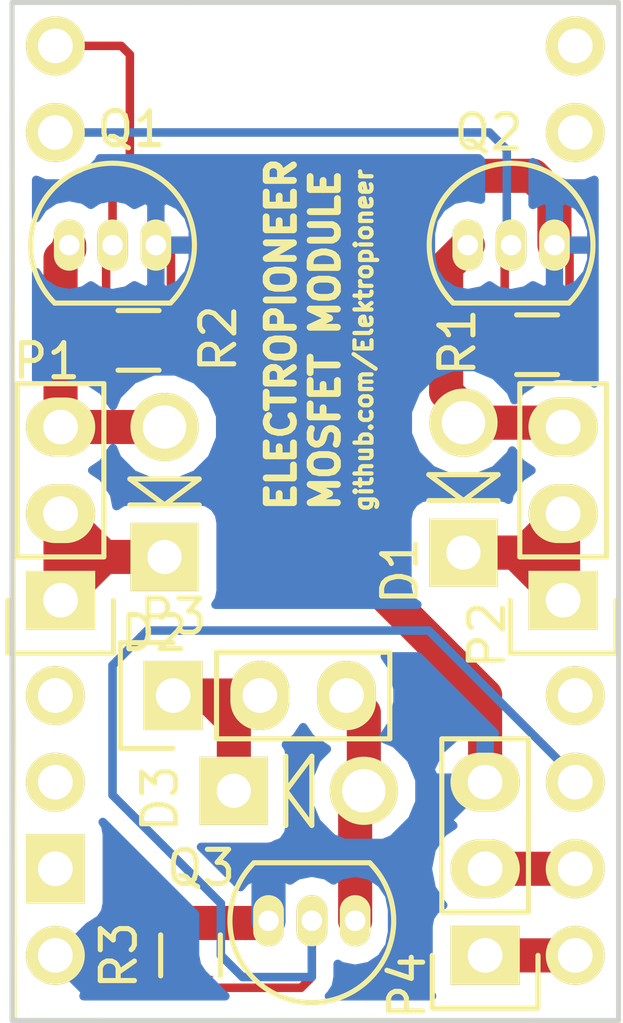
<source format=kicad_pcb>
(kicad_pcb (version 4) (host pcbnew 4.0.2+dfsg1-stable)

  (general
    (links 27)
    (no_connects 0)
    (area 129.566599 46.914999 147.496601 76.910001)
    (thickness 1.6)
    (drawings 41)
    (tracks 93)
    (zones 0)
    (modules 14)
    (nets 13)
  )

  (page A4)
  (layers
    (0 F.Cu signal)
    (31 B.Cu signal)
    (32 B.Adhes user)
    (33 F.Adhes user)
    (34 B.Paste user)
    (35 F.Paste user)
    (36 B.SilkS user)
    (37 F.SilkS user)
    (38 B.Mask user hide)
    (39 F.Mask user)
    (40 Dwgs.User user hide)
    (41 Cmts.User user hide)
    (42 Eco1.User user hide)
    (43 Eco2.User user hide)
    (44 Edge.Cuts user)
    (45 Margin user)
    (46 B.CrtYd user hide)
    (47 F.CrtYd user hide)
    (48 B.Fab user hide)
    (49 F.Fab user hide)
  )

  (setup
    (last_trace_width 1)
    (user_trace_width 1)
    (trace_clearance 0.2)
    (zone_clearance 0.508)
    (zone_45_only no)
    (trace_min 0.2)
    (segment_width 0.2)
    (edge_width 0.15)
    (via_size 0.6)
    (via_drill 0.4)
    (via_min_size 0.4)
    (via_min_drill 0.3)
    (uvia_size 0.3)
    (uvia_drill 0.1)
    (uvias_allowed no)
    (uvia_min_size 0.2)
    (uvia_min_drill 0.1)
    (pcb_text_width 0.3)
    (pcb_text_size 1.5 1.5)
    (mod_edge_width 0.15)
    (mod_text_size 1 1)
    (mod_text_width 0.15)
    (pad_size 1.524 1.524)
    (pad_drill 0.762)
    (pad_to_mask_clearance 0.2)
    (aux_axis_origin 0 0)
    (visible_elements FFFFFF7F)
    (pcbplotparams
      (layerselection 0x00030_80000001)
      (usegerberextensions false)
      (excludeedgelayer true)
      (linewidth 0.100000)
      (plotframeref false)
      (viasonmask false)
      (mode 1)
      (useauxorigin false)
      (hpglpennumber 1)
      (hpglpenspeed 20)
      (hpglpendiameter 15)
      (hpglpenoverlay 2)
      (psnegative false)
      (psa4output false)
      (plotreference true)
      (plotvalue true)
      (plotinvisibletext false)
      (padsonsilk false)
      (subtractmaskfromsilk false)
      (outputformat 1)
      (mirror false)
      (drillshape 1)
      (scaleselection 1)
      (outputdirectory ""))
  )

  (net 0 "")
  (net 1 "Net-(D1-Pad2)")
  (net 2 "Net-(D1-Pad1)")
  (net 3 PG0)
  (net 4 GND)
  (net 5 PG1)
  (net 6 PG2)
  (net 7 "Net-(D2-Pad2)")
  (net 8 "Net-(D2-Pad1)")
  (net 9 "Net-(D3-Pad2)")
  (net 10 "Net-(D3-Pad1)")
  (net 11 PA7)
  (net 12 PA6)

  (net_class Default "This is the default net class."
    (clearance 0.2)
    (trace_width 0.25)
    (via_dia 0.6)
    (via_drill 0.4)
    (uvia_dia 0.3)
    (uvia_drill 0.1)
    (add_net GND)
    (add_net "Net-(D1-Pad1)")
    (add_net "Net-(D1-Pad2)")
    (add_net "Net-(D2-Pad1)")
    (add_net "Net-(D2-Pad2)")
    (add_net "Net-(D3-Pad1)")
    (add_net "Net-(D3-Pad2)")
    (add_net PA6)
    (add_net PA7)
    (add_net PG0)
    (add_net PG1)
    (add_net PG2)
  )

  (net_class 1 ""
    (clearance 0.2)
    (trace_width 1)
    (via_dia 0.6)
    (via_drill 0.4)
    (uvia_dia 0.3)
    (uvia_drill 0.1)
  )

  (module TO_SOT_Packages_THT:TO-92_Inline_Narrow_Oval (layer F.Cu) (tedit 59EC828D) (tstamp 59F0D07C)
    (at 139.7 73.914 180)
    (descr "TO-92 leads in-line, narrow, oval pads, drill 0.6mm (see NXP sot054_po.pdf)")
    (tags "to-92 sc-43 sc-43a sot54 PA33 transistor")
    (path /59ECAF29)
    (fp_text reference Q3 (at 4.5212 1.5494 180) (layer F.SilkS)
      (effects (font (size 1 1) (thickness 0.15)))
    )
    (fp_text value BS170 (at 0 3 180) (layer F.Fab) hide
      (effects (font (size 1 1) (thickness 0.15)))
    )
    (fp_line (start -1.4 1.95) (end -1.4 -2.65) (layer F.CrtYd) (width 0.05))
    (fp_line (start -1.4 1.95) (end 3.95 1.95) (layer F.CrtYd) (width 0.05))
    (fp_line (start -0.43 1.7) (end 2.97 1.7) (layer F.SilkS) (width 0.15))
    (fp_arc (start 1.27 0) (end 1.27 -2.4) (angle -135) (layer F.SilkS) (width 0.15))
    (fp_arc (start 1.27 0) (end 1.27 -2.4) (angle 135) (layer F.SilkS) (width 0.15))
    (fp_line (start -1.4 -2.65) (end 3.95 -2.65) (layer F.CrtYd) (width 0.05))
    (fp_line (start 3.95 1.95) (end 3.95 -2.65) (layer F.CrtYd) (width 0.05))
    (pad 2 thru_hole oval (at 1.27 0) (size 0.89916 1.50114) (drill 0.6) (layers *.Cu *.Mask F.SilkS)
      (net 6 PG2))
    (pad 3 thru_hole oval (at 2.54 0) (size 0.89916 1.50114) (drill 0.6) (layers *.Cu *.Mask F.SilkS)
      (net 4 GND))
    (pad 1 thru_hole oval (at 0 0) (size 0.89916 1.50114) (drill 0.6) (layers *.Cu *.Mask F.SilkS)
      (net 9 "Net-(D3-Pad2)"))
    (model TO_SOT_Packages_THT.3dshapes/TO-92_Inline_Narrow_Oval.wrl
      (at (xyz 0.05 0 0))
      (scale (xyz 1 1 1))
      (rotate (xyz 0 0 -90))
    )
  )

  (module TO_SOT_Packages_THT:TO-92_Inline_Narrow_Oval (layer F.Cu) (tedit 59EC820B) (tstamp 59F0D06E)
    (at 143.002 54.102)
    (descr "TO-92 leads in-line, narrow, oval pads, drill 0.6mm (see NXP sot054_po.pdf)")
    (tags "to-92 sc-43 sc-43a sot54 PA33 transistor")
    (path /59ECADBF)
    (fp_text reference Q2 (at 0.6096 -3.302) (layer F.SilkS)
      (effects (font (size 1 1) (thickness 0.15)))
    )
    (fp_text value BS170 (at 0 3) (layer F.Fab) hide
      (effects (font (size 1 1) (thickness 0.15)))
    )
    (fp_line (start -1.4 1.95) (end -1.4 -2.65) (layer F.CrtYd) (width 0.05))
    (fp_line (start -1.4 1.95) (end 3.95 1.95) (layer F.CrtYd) (width 0.05))
    (fp_line (start -0.43 1.7) (end 2.97 1.7) (layer F.SilkS) (width 0.15))
    (fp_arc (start 1.27 0) (end 1.27 -2.4) (angle -135) (layer F.SilkS) (width 0.15))
    (fp_arc (start 1.27 0) (end 1.27 -2.4) (angle 135) (layer F.SilkS) (width 0.15))
    (fp_line (start -1.4 -2.65) (end 3.95 -2.65) (layer F.CrtYd) (width 0.05))
    (fp_line (start 3.95 1.95) (end 3.95 -2.65) (layer F.CrtYd) (width 0.05))
    (pad 2 thru_hole oval (at 1.27 0 180) (size 0.89916 1.50114) (drill 0.6) (layers *.Cu *.Mask F.SilkS)
      (net 5 PG1))
    (pad 3 thru_hole oval (at 2.54 0 180) (size 0.89916 1.50114) (drill 0.6) (layers *.Cu *.Mask F.SilkS)
      (net 4 GND))
    (pad 1 thru_hole oval (at 0 0 180) (size 0.89916 1.50114) (drill 0.6) (layers *.Cu *.Mask F.SilkS)
      (net 1 "Net-(D1-Pad2)"))
    (model TO_SOT_Packages_THT.3dshapes/TO-92_Inline_Narrow_Oval.wrl
      (at (xyz 0.05 0 0))
      (scale (xyz 1 1 1))
      (rotate (xyz 0 0 -90))
    )
  )

  (module EP_Module:EP_Module (layer F.Cu) (tedit 59EC7B27) (tstamp 59ED11AD)
    (at 133.4516 48.26)
    (descr "Through hole socket strip")
    (tags "socket strip")
    (path /59EC576B)
    (fp_text reference U1 (at 5.08 27.94) (layer F.SilkS) hide
      (effects (font (size 1 0.5) (thickness 0.125)))
    )
    (fp_text value EP_MODULE (at -2.54 11.43 90) (layer F.Fab) hide
      (effects (font (size 1 1) (thickness 0.15)))
    )
    (fp_text user PA7 (at 10.16 26.67) (layer F.SilkS) hide
      (effects (font (size 1 1) (thickness 0.15)))
    )
    (fp_text user PA6 (at 10.16 24.13) (layer F.SilkS) hide
      (effects (font (size 1 1) (thickness 0.15)))
    )
    (fp_text user MODULE (at 5.715 15.24 90) (layer F.SilkS) hide
      (effects (font (size 1 1) (thickness 0.25)))
    )
    (fp_text user "ELECTROPIONEER " (at 4.445 11.43 90) (layer F.SilkS) hide
      (effects (font (size 1 1) (thickness 0.25)))
    )
    (fp_line (start -3.81 0) (end -3.7465 28.575) (layer F.SilkS) (width 0.15))
    (fp_line (start -3.7465 28.575) (end -1.2065 28.575) (layer F.SilkS) (width 0.15))
    (fp_line (start -3.81 0) (end -3.81 -1.27) (layer F.SilkS) (width 0.15))
    (fp_line (start -3.81 -1.27) (end -1.143 -1.27) (layer F.SilkS) (width 0.15))
    (fp_line (start 13.97 28.575) (end 13.97 28.448) (layer F.SilkS) (width 0.15))
    (fp_line (start 11.43 28.575) (end 13.97 28.575) (layer F.SilkS) (width 0.15))
    (fp_line (start 13.97 28.575) (end 13.97 28.5115) (layer F.SilkS) (width 0.15))
    (fp_line (start 11.43 -1.27) (end 13.97 -1.27) (layer F.SilkS) (width 0.15))
    (fp_line (start 13.97 -1.27) (end 13.97 28.448) (layer F.SilkS) (width 0.15))
    (fp_text user PG4 (at 10.16 19.05) (layer F.SilkS) hide
      (effects (font (size 1 1) (thickness 0.15)))
    )
    (fp_text user RX (at 10.16 0) (layer F.SilkS) hide
      (effects (font (size 1 1) (thickness 0.15)))
    )
    (fp_text user TX (at 10.16 2.54) (layer F.SilkS) hide
      (effects (font (size 1 1) (thickness 0.15)))
    )
    (fp_text user SDA (at 0 21.59) (layer F.SilkS) hide
      (effects (font (size 1 1) (thickness 0.15)))
    )
    (fp_text user SCL (at 0 19.05) (layer F.SilkS) hide
      (effects (font (size 1 1) (thickness 0.15)))
    )
    (fp_text user PG2 (at 10.16 21.59) (layer F.SilkS) hide
      (effects (font (size 1 1) (thickness 0.15)))
    )
    (fp_text user PG1 (at 0 2.54) (layer F.SilkS) hide
      (effects (font (size 1 1) (thickness 0.15)))
    )
    (fp_text user PG0 (at 0 0) (layer F.SilkS) hide
      (effects (font (size 1 1) (thickness 0.15)))
    )
    (fp_text user GND (at 0 26.67) (layer F.SilkS) hide
      (effects (font (size 1 1) (thickness 0.15)))
    )
    (fp_text user 5V (at 0 24.13) (layer F.SilkS) hide
      (effects (font (size 1 1) (thickness 0.15)))
    )
    (fp_line (start -1.27 28.575) (end 11.43 28.575) (layer F.SilkS) (width 0.15))
    (fp_line (start 1.27 -1.27) (end -1.2065 -1.27) (layer F.SilkS) (width 0.15))
    (fp_line (start 11.43 -1.27) (end 1.27 -1.27) (layer F.SilkS) (width 0.15))
    (pad 12 thru_hole circle (at 12.7 26.67) (size 1.7272 1.7272) (drill 1.016) (layers *.Cu *.Mask F.SilkS)
      (net 11 PA7))
    (pad 11 thru_hole circle (at 12.7 24.13) (size 1.7272 1.7272) (drill 1.016) (layers *.Cu *.Mask F.SilkS)
      (net 12 PA6))
    (pad 10 thru_hole circle (at 12.7 19.05) (size 1.7272 1.7272) (drill 1.016) (layers *.Cu *.Mask F.SilkS))
    (pad 9 thru_hole circle (at 12.7 0) (size 1.7272 1.7272) (drill 1.016) (layers *.Cu *.Mask F.SilkS))
    (pad 8 thru_hole circle (at 12.7 2.54) (size 1.7272 1.7272) (drill 1.016) (layers *.Cu *.Mask F.SilkS))
    (pad 7 thru_hole circle (at -2.54 21.59) (size 1.7272 1.7272) (drill 1.016) (layers *.Cu *.Mask F.SilkS))
    (pad 6 thru_hole circle (at -2.54 19.05) (size 1.7272 1.7272) (drill 1.016) (layers *.Cu *.Mask F.SilkS))
    (pad 1 thru_hole rect (at -2.54 24.13) (size 1.7272 2.032) (drill 1.016) (layers *.Cu *.Mask F.SilkS))
    (pad 2 thru_hole circle (at -2.54 26.67) (size 1.7272 1.7272) (drill 1.016) (layers *.Cu *.Mask F.SilkS)
      (net 4 GND))
    (pad 3 thru_hole circle (at -2.54 0) (size 1.7272 1.7272) (drill 1.016) (layers *.Cu *.Mask F.SilkS)
      (net 3 PG0))
    (pad 4 thru_hole circle (at -2.54 2.54) (size 1.7272 1.7272) (drill 1.016) (layers *.Cu *.Mask F.SilkS)
      (net 5 PG1))
    (pad 5 thru_hole circle (at 12.7 21.59) (size 1.7272 1.7272) (drill 1.016) (layers *.Cu *.Mask F.SilkS)
      (net 6 PG2))
  )

  (module Resistors_SMD:R_0805 (layer F.Cu) (tedit 59EC8205) (tstamp 59EE7647)
    (at 133.35 56.896)
    (descr "Resistor SMD 0805, reflow soldering, Vishay (see dcrcw.pdf)")
    (tags "resistor 0805")
    (path /59EC9E88)
    (attr smd)
    (fp_text reference R2 (at 2.3368 -0.0508 90) (layer F.SilkS)
      (effects (font (size 1 1) (thickness 0.15)))
    )
    (fp_text value R (at 0 2.1) (layer F.Fab) hide
      (effects (font (size 1 1) (thickness 0.15)))
    )
    (fp_line (start -1.6 -1) (end 1.6 -1) (layer F.CrtYd) (width 0.05))
    (fp_line (start -1.6 1) (end 1.6 1) (layer F.CrtYd) (width 0.05))
    (fp_line (start -1.6 -1) (end -1.6 1) (layer F.CrtYd) (width 0.05))
    (fp_line (start 1.6 -1) (end 1.6 1) (layer F.CrtYd) (width 0.05))
    (fp_line (start 0.6 0.875) (end -0.6 0.875) (layer F.SilkS) (width 0.15))
    (fp_line (start -0.6 -0.875) (end 0.6 -0.875) (layer F.SilkS) (width 0.15))
    (pad 1 smd rect (at -0.95 0) (size 0.7 1.3) (layers F.Cu F.Paste F.Mask)
      (net 3 PG0))
    (pad 2 smd rect (at 0.95 0) (size 0.7 1.3) (layers F.Cu F.Paste F.Mask)
      (net 4 GND))
    (model Resistors_SMD.3dshapes/R_0805.wrl
      (at (xyz 0 0 0))
      (scale (xyz 1 1 1))
      (rotate (xyz 0 0 0))
    )
  )

  (module TO_SOT_Packages_THT:TO-92_Inline_Narrow_Oval (layer F.Cu) (tedit 59EC8208) (tstamp 59EFFFA4)
    (at 131.318 54.102)
    (descr "TO-92 leads in-line, narrow, oval pads, drill 0.6mm (see NXP sot054_po.pdf)")
    (tags "to-92 sc-43 sc-43a sot54 PA33 transistor")
    (path /59EC9EA8)
    (fp_text reference Q1 (at 1.8288 -3.4036) (layer F.SilkS)
      (effects (font (size 1 1) (thickness 0.15)))
    )
    (fp_text value BS170 (at -3.175 1.651) (layer F.Fab) hide
      (effects (font (size 1 1) (thickness 0.15)))
    )
    (fp_line (start -1.4 1.95) (end -1.4 -2.65) (layer F.CrtYd) (width 0.05))
    (fp_line (start -1.4 1.95) (end 3.95 1.95) (layer F.CrtYd) (width 0.05))
    (fp_line (start -0.43 1.7) (end 2.97 1.7) (layer F.SilkS) (width 0.15))
    (fp_arc (start 1.27 0) (end 1.27 -2.4) (angle -135) (layer F.SilkS) (width 0.15))
    (fp_arc (start 1.27 0) (end 1.27 -2.4) (angle 135) (layer F.SilkS) (width 0.15))
    (fp_line (start -1.4 -2.65) (end 3.95 -2.65) (layer F.CrtYd) (width 0.05))
    (fp_line (start 3.95 1.95) (end 3.95 -2.65) (layer F.CrtYd) (width 0.05))
    (pad 2 thru_hole oval (at 1.27 0 180) (size 0.89916 1.50114) (drill 0.6) (layers *.Cu *.Mask F.SilkS)
      (net 3 PG0))
    (pad 3 thru_hole oval (at 2.54 0 180) (size 0.89916 1.50114) (drill 0.6) (layers *.Cu *.Mask F.SilkS)
      (net 4 GND))
    (pad 1 thru_hole oval (at 0 0 180) (size 0.89916 1.50114) (drill 0.6) (layers *.Cu *.Mask F.SilkS)
      (net 7 "Net-(D2-Pad2)"))
    (model TO_SOT_Packages_THT.3dshapes/TO-92_Inline_Narrow_Oval.wrl
      (at (xyz 0.05 0 0))
      (scale (xyz 1 1 1))
      (rotate (xyz 0 0 -90))
    )
  )

  (module Diodes_ThroughHole:Diode_DO-41_SOD81_Vertical_AnodeUp (layer F.Cu) (tedit 59EC81EF) (tstamp 59F0CDD0)
    (at 134.112 63.246 90)
    (descr "Diode, DO-41, SOD81, Vertical, Anode Up,")
    (tags "Diode, DO-41, SOD81, Vertical, Anode Up, 1N4007, SB140,")
    (path /59EC9E8E)
    (fp_text reference D2 (at -2.2352 -0.3048 180) (layer F.SilkS)
      (effects (font (size 1 1) (thickness 0.15)))
    )
    (fp_text value D (at 0.05 -2 90) (layer F.Fab) hide
      (effects (font (size 1 1) (thickness 0.15)))
    )
    (fp_text user A (at 2.794 1.651 90) (layer F.SilkS) hide
      (effects (font (size 1 1) (thickness 0.15)))
    )
    (fp_line (start 1.524 0) (end 2.286 1.016) (layer F.SilkS) (width 0.15))
    (fp_line (start 1.524 0) (end 2.286 -1.016) (layer F.SilkS) (width 0.15))
    (fp_line (start 1.524 -1.016) (end 1.524 1.016) (layer F.SilkS) (width 0.15))
    (fp_line (start 2.286 -1.016) (end 2.286 1.016) (layer F.SilkS) (width 0.15))
    (pad 2 thru_hole circle (at 3.81 0 90) (size 1.99898 1.99898) (drill 1.27) (layers *.Cu *.Mask F.SilkS)
      (net 7 "Net-(D2-Pad2)"))
    (pad 1 thru_hole rect (at 0 0 90) (size 1.99898 1.99898) (drill 1.00076) (layers *.Cu *.Mask F.SilkS)
      (net 8 "Net-(D2-Pad1)"))
  )

  (module Diodes_ThroughHole:Diode_DO-41_SOD81_Vertical_AnodeUp (layer F.Cu) (tedit 59EC8221) (tstamp 59F0D055)
    (at 142.875 63.119 90)
    (descr "Diode, DO-41, SOD81, Vertical, Anode Up,")
    (tags "Diode, DO-41, SOD81, Vertical, Anode Up, 1N4007, SB140,")
    (path /59ECADA5)
    (fp_text reference D1 (at -0.5334 -1.8542 90) (layer F.SilkS)
      (effects (font (size 1 1) (thickness 0.15)))
    )
    (fp_text value D (at 0.05 -2 90) (layer F.Fab) hide
      (effects (font (size 1 1) (thickness 0.15)))
    )
    (fp_text user A (at 2.794 1.651 90) (layer F.SilkS) hide
      (effects (font (size 1 1) (thickness 0.15)))
    )
    (fp_line (start 1.524 0) (end 2.286 1.016) (layer F.SilkS) (width 0.15))
    (fp_line (start 1.524 0) (end 2.286 -1.016) (layer F.SilkS) (width 0.15))
    (fp_line (start 1.524 -1.016) (end 1.524 1.016) (layer F.SilkS) (width 0.15))
    (fp_line (start 2.286 -1.016) (end 2.286 1.016) (layer F.SilkS) (width 0.15))
    (pad 2 thru_hole circle (at 3.81 0 90) (size 1.99898 1.99898) (drill 1.27) (layers *.Cu *.Mask F.SilkS)
      (net 1 "Net-(D1-Pad2)"))
    (pad 1 thru_hole rect (at 0 0 90) (size 1.99898 1.99898) (drill 1.00076) (layers *.Cu *.Mask F.SilkS)
      (net 2 "Net-(D1-Pad1)"))
  )

  (module Diodes_ThroughHole:Diode_DO-41_SOD81_Vertical_AnodeUp (layer F.Cu) (tedit 59EC81D6) (tstamp 59F0D060)
    (at 136.144 70.104)
    (descr "Diode, DO-41, SOD81, Vertical, Anode Up,")
    (tags "Diode, DO-41, SOD81, Vertical, Anode Up, 1N4007, SB140,")
    (path /59ECAF0F)
    (fp_text reference D3 (at -2.159 0.2286 90) (layer F.SilkS)
      (effects (font (size 1 1) (thickness 0.15)))
    )
    (fp_text value D (at 0.05 -2) (layer F.Fab) hide
      (effects (font (size 1 1) (thickness 0.15)))
    )
    (fp_text user A (at 2.794 1.651) (layer F.SilkS) hide
      (effects (font (size 1 1) (thickness 0.15)))
    )
    (fp_line (start 1.524 0) (end 2.286 1.016) (layer F.SilkS) (width 0.15))
    (fp_line (start 1.524 0) (end 2.286 -1.016) (layer F.SilkS) (width 0.15))
    (fp_line (start 1.524 -1.016) (end 1.524 1.016) (layer F.SilkS) (width 0.15))
    (fp_line (start 2.286 -1.016) (end 2.286 1.016) (layer F.SilkS) (width 0.15))
    (pad 2 thru_hole circle (at 3.81 0) (size 1.99898 1.99898) (drill 1.27) (layers *.Cu *.Mask F.SilkS)
      (net 9 "Net-(D3-Pad2)"))
    (pad 1 thru_hole rect (at 0 0) (size 1.99898 1.99898) (drill 1.00076) (layers *.Cu *.Mask F.SilkS)
      (net 10 "Net-(D3-Pad1)"))
  )

  (module Resistors_SMD:R_0805 (layer F.Cu) (tedit 59EC820F) (tstamp 59F0D088)
    (at 145.034 57.023)
    (descr "Resistor SMD 0805, reflow soldering, Vishay (see dcrcw.pdf)")
    (tags "resistor 0805")
    (path /59ECAD9F)
    (attr smd)
    (fp_text reference R1 (at -2.3368 -0.0762 90) (layer F.SilkS)
      (effects (font (size 1 1) (thickness 0.15)))
    )
    (fp_text value R (at 0 2.1) (layer F.Fab) hide
      (effects (font (size 1 1) (thickness 0.15)))
    )
    (fp_line (start -1.6 -1) (end 1.6 -1) (layer F.CrtYd) (width 0.05))
    (fp_line (start -1.6 1) (end 1.6 1) (layer F.CrtYd) (width 0.05))
    (fp_line (start -1.6 -1) (end -1.6 1) (layer F.CrtYd) (width 0.05))
    (fp_line (start 1.6 -1) (end 1.6 1) (layer F.CrtYd) (width 0.05))
    (fp_line (start 0.6 0.875) (end -0.6 0.875) (layer F.SilkS) (width 0.15))
    (fp_line (start -0.6 -0.875) (end 0.6 -0.875) (layer F.SilkS) (width 0.15))
    (pad 1 smd rect (at -0.95 0) (size 0.7 1.3) (layers F.Cu F.Paste F.Mask)
      (net 5 PG1))
    (pad 2 smd rect (at 0.95 0) (size 0.7 1.3) (layers F.Cu F.Paste F.Mask)
      (net 4 GND))
    (model Resistors_SMD.3dshapes/R_0805.wrl
      (at (xyz 0 0 0))
      (scale (xyz 1 1 1))
      (rotate (xyz 0 0 0))
    )
  )

  (module Resistors_SMD:R_0805 (layer F.Cu) (tedit 59EC8042) (tstamp 59F0D094)
    (at 134.874 74.93 90)
    (descr "Resistor SMD 0805, reflow soldering, Vishay (see dcrcw.pdf)")
    (tags "resistor 0805")
    (path /59ECAF09)
    (attr smd)
    (fp_text reference R3 (at 0 -2.1 90) (layer F.SilkS)
      (effects (font (size 1 1) (thickness 0.15)))
    )
    (fp_text value R (at 0 2.1 90) (layer F.Fab) hide
      (effects (font (size 1 1) (thickness 0.15)))
    )
    (fp_line (start -1.6 -1) (end 1.6 -1) (layer F.CrtYd) (width 0.05))
    (fp_line (start -1.6 1) (end 1.6 1) (layer F.CrtYd) (width 0.05))
    (fp_line (start -1.6 -1) (end -1.6 1) (layer F.CrtYd) (width 0.05))
    (fp_line (start 1.6 -1) (end 1.6 1) (layer F.CrtYd) (width 0.05))
    (fp_line (start 0.6 0.875) (end -0.6 0.875) (layer F.SilkS) (width 0.15))
    (fp_line (start -0.6 -0.875) (end 0.6 -0.875) (layer F.SilkS) (width 0.15))
    (pad 1 smd rect (at -0.95 0 90) (size 0.7 1.3) (layers F.Cu F.Paste F.Mask)
      (net 6 PG2))
    (pad 2 smd rect (at 0.95 0 90) (size 0.7 1.3) (layers F.Cu F.Paste F.Mask)
      (net 4 GND))
    (model Resistors_SMD.3dshapes/R_0805.wrl
      (at (xyz 0 0 0))
      (scale (xyz 1 1 1))
      (rotate (xyz 0 0 0))
    )
  )

  (module Pin_Headers:Pin_Header_Straight_1x03 (layer F.Cu) (tedit 59EC8201) (tstamp 59F12F7F)
    (at 131.064 64.516 180)
    (descr "Through hole pin header")
    (tags "pin header")
    (path /59ECAA7B)
    (fp_text reference P1 (at 0.4064 7.0104 180) (layer F.SilkS)
      (effects (font (size 1 1) (thickness 0.15)))
    )
    (fp_text value CONN_01X03 (at 0 -3.1 180) (layer F.Fab) hide
      (effects (font (size 1 1) (thickness 0.15)))
    )
    (fp_line (start -1.75 -1.75) (end -1.75 6.85) (layer F.CrtYd) (width 0.05))
    (fp_line (start 1.75 -1.75) (end 1.75 6.85) (layer F.CrtYd) (width 0.05))
    (fp_line (start -1.75 -1.75) (end 1.75 -1.75) (layer F.CrtYd) (width 0.05))
    (fp_line (start -1.75 6.85) (end 1.75 6.85) (layer F.CrtYd) (width 0.05))
    (fp_line (start -1.27 1.27) (end -1.27 6.35) (layer F.SilkS) (width 0.15))
    (fp_line (start -1.27 6.35) (end 1.27 6.35) (layer F.SilkS) (width 0.15))
    (fp_line (start 1.27 6.35) (end 1.27 1.27) (layer F.SilkS) (width 0.15))
    (fp_line (start 1.55 -1.55) (end 1.55 0) (layer F.SilkS) (width 0.15))
    (fp_line (start 1.27 1.27) (end -1.27 1.27) (layer F.SilkS) (width 0.15))
    (fp_line (start -1.55 0) (end -1.55 -1.55) (layer F.SilkS) (width 0.15))
    (fp_line (start -1.55 -1.55) (end 1.55 -1.55) (layer F.SilkS) (width 0.15))
    (pad 1 thru_hole rect (at 0 0 180) (size 2.032 1.7272) (drill 1.016) (layers *.Cu *.Mask F.SilkS)
      (net 8 "Net-(D2-Pad1)"))
    (pad 2 thru_hole oval (at 0 2.54 180) (size 2.032 1.7272) (drill 1.016) (layers *.Cu *.Mask F.SilkS)
      (net 8 "Net-(D2-Pad1)"))
    (pad 3 thru_hole oval (at 0 5.08 180) (size 2.032 1.7272) (drill 1.016) (layers *.Cu *.Mask F.SilkS)
      (net 7 "Net-(D2-Pad2)"))
    (model Pin_Headers.3dshapes/Pin_Header_Straight_1x03.wrl
      (at (xyz 0 -0.1 0))
      (scale (xyz 1 1 1))
      (rotate (xyz 0 0 90))
    )
  )

  (module Pin_Headers:Pin_Header_Straight_1x03 (layer F.Cu) (tedit 59EC81DE) (tstamp 59F12F91)
    (at 145.796 64.516 180)
    (descr "Through hole pin header")
    (tags "pin header")
    (path /59ECADCA)
    (fp_text reference P2 (at 2.2352 -1.016 270) (layer F.SilkS)
      (effects (font (size 1 1) (thickness 0.15)))
    )
    (fp_text value CONN_01X03 (at 0 -3.1 180) (layer F.Fab) hide
      (effects (font (size 1 1) (thickness 0.15)))
    )
    (fp_line (start -1.75 -1.75) (end -1.75 6.85) (layer F.CrtYd) (width 0.05))
    (fp_line (start 1.75 -1.75) (end 1.75 6.85) (layer F.CrtYd) (width 0.05))
    (fp_line (start -1.75 -1.75) (end 1.75 -1.75) (layer F.CrtYd) (width 0.05))
    (fp_line (start -1.75 6.85) (end 1.75 6.85) (layer F.CrtYd) (width 0.05))
    (fp_line (start -1.27 1.27) (end -1.27 6.35) (layer F.SilkS) (width 0.15))
    (fp_line (start -1.27 6.35) (end 1.27 6.35) (layer F.SilkS) (width 0.15))
    (fp_line (start 1.27 6.35) (end 1.27 1.27) (layer F.SilkS) (width 0.15))
    (fp_line (start 1.55 -1.55) (end 1.55 0) (layer F.SilkS) (width 0.15))
    (fp_line (start 1.27 1.27) (end -1.27 1.27) (layer F.SilkS) (width 0.15))
    (fp_line (start -1.55 0) (end -1.55 -1.55) (layer F.SilkS) (width 0.15))
    (fp_line (start -1.55 -1.55) (end 1.55 -1.55) (layer F.SilkS) (width 0.15))
    (pad 1 thru_hole rect (at 0 0 180) (size 2.032 1.7272) (drill 1.016) (layers *.Cu *.Mask F.SilkS)
      (net 2 "Net-(D1-Pad1)"))
    (pad 2 thru_hole oval (at 0 2.54 180) (size 2.032 1.7272) (drill 1.016) (layers *.Cu *.Mask F.SilkS)
      (net 2 "Net-(D1-Pad1)"))
    (pad 3 thru_hole oval (at 0 5.08 180) (size 2.032 1.7272) (drill 1.016) (layers *.Cu *.Mask F.SilkS)
      (net 1 "Net-(D1-Pad2)"))
    (model Pin_Headers.3dshapes/Pin_Header_Straight_1x03.wrl
      (at (xyz 0 -0.1 0))
      (scale (xyz 1 1 1))
      (rotate (xyz 0 0 90))
    )
  )

  (module Pin_Headers:Pin_Header_Straight_1x03 (layer F.Cu) (tedit 59EC81FE) (tstamp 59F12FA3)
    (at 134.366 67.31 90)
    (descr "Through hole pin header")
    (tags "pin header")
    (path /59ECAF34)
    (fp_text reference P3 (at 2.3114 0 180) (layer F.SilkS)
      (effects (font (size 1 1) (thickness 0.15)))
    )
    (fp_text value CONN_01X03 (at 0 -3.1 90) (layer F.Fab) hide
      (effects (font (size 1 1) (thickness 0.15)))
    )
    (fp_line (start -1.75 -1.75) (end -1.75 6.85) (layer F.CrtYd) (width 0.05))
    (fp_line (start 1.75 -1.75) (end 1.75 6.85) (layer F.CrtYd) (width 0.05))
    (fp_line (start -1.75 -1.75) (end 1.75 -1.75) (layer F.CrtYd) (width 0.05))
    (fp_line (start -1.75 6.85) (end 1.75 6.85) (layer F.CrtYd) (width 0.05))
    (fp_line (start -1.27 1.27) (end -1.27 6.35) (layer F.SilkS) (width 0.15))
    (fp_line (start -1.27 6.35) (end 1.27 6.35) (layer F.SilkS) (width 0.15))
    (fp_line (start 1.27 6.35) (end 1.27 1.27) (layer F.SilkS) (width 0.15))
    (fp_line (start 1.55 -1.55) (end 1.55 0) (layer F.SilkS) (width 0.15))
    (fp_line (start 1.27 1.27) (end -1.27 1.27) (layer F.SilkS) (width 0.15))
    (fp_line (start -1.55 0) (end -1.55 -1.55) (layer F.SilkS) (width 0.15))
    (fp_line (start -1.55 -1.55) (end 1.55 -1.55) (layer F.SilkS) (width 0.15))
    (pad 1 thru_hole rect (at 0 0 90) (size 2.032 1.7272) (drill 1.016) (layers *.Cu *.Mask F.SilkS)
      (net 10 "Net-(D3-Pad1)"))
    (pad 2 thru_hole oval (at 0 2.54 90) (size 2.032 1.7272) (drill 1.016) (layers *.Cu *.Mask F.SilkS)
      (net 10 "Net-(D3-Pad1)"))
    (pad 3 thru_hole oval (at 0 5.08 90) (size 2.032 1.7272) (drill 1.016) (layers *.Cu *.Mask F.SilkS)
      (net 9 "Net-(D3-Pad2)"))
    (model Pin_Headers.3dshapes/Pin_Header_Straight_1x03.wrl
      (at (xyz 0 -0.1 0))
      (scale (xyz 1 1 1))
      (rotate (xyz 0 0 90))
    )
  )

  (module Pin_Headers:Pin_Header_Straight_1x03 (layer F.Cu) (tedit 59EC87A2) (tstamp 59F133D6)
    (at 143.51 74.93 180)
    (descr "Through hole pin header")
    (tags "pin header")
    (path /59ECB4B4)
    (fp_text reference P4 (at 2.286 -0.889 270) (layer F.SilkS)
      (effects (font (size 1 1) (thickness 0.15)))
    )
    (fp_text value CONN_01X03 (at 0 -3.1 180) (layer F.Fab) hide
      (effects (font (size 1 1) (thickness 0.15)))
    )
    (fp_line (start -1.75 -1.75) (end -1.75 6.85) (layer F.CrtYd) (width 0.05))
    (fp_line (start 1.75 -1.75) (end 1.75 6.85) (layer F.CrtYd) (width 0.05))
    (fp_line (start -1.75 -1.75) (end 1.75 -1.75) (layer F.CrtYd) (width 0.05))
    (fp_line (start -1.75 6.85) (end 1.75 6.85) (layer F.CrtYd) (width 0.05))
    (fp_line (start -1.27 1.27) (end -1.27 6.35) (layer F.SilkS) (width 0.15))
    (fp_line (start -1.27 6.35) (end 1.27 6.35) (layer F.SilkS) (width 0.15))
    (fp_line (start 1.27 6.35) (end 1.27 1.27) (layer F.SilkS) (width 0.15))
    (fp_line (start 1.55 -1.55) (end 1.55 0) (layer F.SilkS) (width 0.15))
    (fp_line (start 1.27 1.27) (end -1.27 1.27) (layer F.SilkS) (width 0.15))
    (fp_line (start -1.55 0) (end -1.55 -1.55) (layer F.SilkS) (width 0.15))
    (fp_line (start -1.55 -1.55) (end 1.55 -1.55) (layer F.SilkS) (width 0.15))
    (pad 1 thru_hole rect (at 0 0 180) (size 2.032 1.7272) (drill 1.016) (layers *.Cu *.Mask F.SilkS)
      (net 11 PA7))
    (pad 2 thru_hole oval (at 0 2.54 180) (size 2.032 1.7272) (drill 1.016) (layers *.Cu *.Mask F.SilkS)
      (net 12 PA6))
    (pad 3 thru_hole oval (at 0 5.08 180) (size 2.032 1.7272) (drill 1.016) (layers *.Cu *.Mask F.SilkS)
      (net 4 GND))
    (model Pin_Headers.3dshapes/Pin_Header_Straight_1x03.wrl
      (at (xyz 0 -0.1 0))
      (scale (xyz 1 1 1))
      (rotate (xyz 0 0 90))
    )
  )

  (gr_line (start 147.066 66.04) (end 144.526 66.04) (angle 90) (layer B.Paste) (width 0.2))
  (gr_line (start 147.066 58.166) (end 147.066 66.04) (angle 90) (layer B.Paste) (width 0.2))
  (gr_line (start 144.526 58.166) (end 147.066 58.166) (angle 90) (layer B.Paste) (width 0.2))
  (gr_line (start 144.526 66.04) (end 144.526 58.166) (angle 90) (layer B.Paste) (width 0.2))
  (gr_line (start 129.794 66.04) (end 132.334 66.04) (angle 90) (layer B.Paste) (width 0.2))
  (gr_line (start 132.334 66.04) (end 132.334 58.166) (angle 90) (layer B.Paste) (width 0.2))
  (gr_line (start 129.794 58.166) (end 129.794 66.04) (angle 90) (layer B.Paste) (width 0.2))
  (gr_line (start 132.334 58.166) (end 129.794 58.166) (angle 90) (layer B.Paste) (width 0.2))
  (gr_line (start 132.842 66.04) (end 132.842 68.58) (angle 90) (layer B.Paste) (width 0.2))
  (gr_line (start 140.716 66.04) (end 132.842 66.04) (angle 90) (layer B.Paste) (width 0.2))
  (gr_line (start 140.716 68.58) (end 132.842 68.58) (angle 90) (layer B.Paste) (width 0.2))
  (gr_line (start 140.716 66.04) (end 140.716 68.58) (angle 90) (layer B.Paste) (width 0.2))
  (gr_line (start 142.113 68.58) (end 142.113 76.454) (angle 90) (layer B.Paste) (width 0.2))
  (gr_line (start 142.24 68.58) (end 142.113 68.58) (angle 90) (layer B.Paste) (width 0.2))
  (gr_line (start 144.907 68.58) (end 142.24 68.58) (angle 90) (layer B.Paste) (width 0.2))
  (gr_line (start 144.907 76.454) (end 144.907 68.58) (angle 90) (layer B.Paste) (width 0.2))
  (gr_line (start 142.113 76.454) (end 144.907 76.454) (angle 90) (layer B.Paste) (width 0.2))
  (gr_text PA7 (at 141.605 74.93 90) (layer B.Paste)
    (effects (font (size 0.5 0.5) (thickness 0.125)) (justify mirror))
  )
  (gr_text PA6 (at 141.605 72.39 90) (layer B.Paste)
    (effects (font (size 0.5 0.5) (thickness 0.125)) (justify mirror))
  )
  (gr_text GND (at 141.605 69.85 90) (layer B.Paste)
    (effects (font (size 0.5 0.5) (thickness 0.125)) (justify mirror))
  )
  (gr_text github.com/Elektropioneer (at 139.954 52.07 90) (layer B.Paste)
    (effects (font (size 0.5 0.5) (thickness 0.125)) (justify left mirror))
  )
  (gr_text "ELECTROPIONEER\nMOSFET MODULE" (at 138.176 61.976 90) (layer F.SilkS)
    (effects (font (size 0.8 0.8) (thickness 0.2)) (justify left))
  )
  (gr_text github.com/Elektropioneer (at 139.954 61.976 90) (layer F.SilkS)
    (effects (font (size 0.5 0.5) (thickness 0.125)) (justify left))
  )
  (gr_text "ELECTROPIONEER\nMOSFET MODULE" (at 138.176 52.07 90) (layer B.Paste)
    (effects (font (size 0.8 0.8) (thickness 0.2)) (justify left mirror))
  )
  (gr_line (start 133.604 51.308) (end 133.604 47.752) (angle 90) (layer B.Paste) (width 0.2))
  (gr_line (start 143.256 51.308) (end 133.604 51.308) (angle 90) (layer B.Paste) (width 0.2))
  (gr_line (start 143.256 47.752) (end 143.256 51.308) (angle 90) (layer B.Paste) (width 0.2))
  (gr_line (start 133.604 47.752) (end 143.256 47.752) (angle 90) (layer B.Paste) (width 0.2))
  (gr_text - (at 142.24 50.292) (layer B.Paste)
    (effects (font (size 1 1) (thickness 0.25)) (justify mirror))
  )
  (gr_text + (at 138.938 50.292) (layer B.Paste)
    (effects (font (size 1 1) (thickness 0.25)) (justify mirror))
  )
  (gr_text VCC (at 135.382 50.292) (layer B.Paste)
    (effects (font (size 1 1) (thickness 0.25)) (justify mirror))
  )
  (gr_text 1 (at 135.382 48.768) (layer B.Paste)
    (effects (font (size 1 1) (thickness 0.25)) (justify mirror))
  )
  (gr_text 2 (at 138.938 48.768) (layer B.Paste)
    (effects (font (size 1 1) (thickness 0.25)) (justify mirror))
  )
  (gr_text 3 (at 142.24 48.768) (layer B.Paste)
    (effects (font (size 1 1) (thickness 0.25)) (justify mirror))
  )
  (gr_text 3 (at 141.351 67.31) (layer B.Paste)
    (effects (font (size 1 1) (thickness 0.25)) (justify mirror))
  )
  (gr_text 3 (at 130.937 57.277) (layer B.Paste)
    (effects (font (size 1 1) (thickness 0.25)) (justify mirror))
  )
  (gr_text 3 (at 145.669 57.277) (layer B.Paste)
    (effects (font (size 1 1) (thickness 0.25)) (justify mirror))
  )
  (gr_line (start 147.4216 46.99) (end 129.6416 46.99) (angle 90) (layer Edge.Cuts) (width 0.15))
  (gr_line (start 147.4216 76.835) (end 147.4216 46.99) (angle 90) (layer Edge.Cuts) (width 0.15))
  (gr_line (start 129.6416 76.835) (end 147.4216 76.835) (angle 90) (layer Edge.Cuts) (width 0.15))
  (gr_line (start 129.6416 46.99) (end 129.6416 76.835) (angle 90) (layer Edge.Cuts) (width 0.15))

  (segment (start 142.875 59.309) (end 142.875 58.928) (width 1) (layer F.Cu) (net 1))
  (segment (start 142.875 58.928) (end 142.367 58.42) (width 1) (layer F.Cu) (net 1) (tstamp 59F131DD))
  (segment (start 142.367 54.737) (end 143.002 54.102) (width 1) (layer F.Cu) (net 1) (tstamp 59F131DF))
  (segment (start 142.367 58.42) (end 142.367 54.737) (width 1) (layer F.Cu) (net 1) (tstamp 59F131DE))
  (segment (start 142.875 59.309) (end 145.669 59.309) (width 1) (layer F.Cu) (net 1))
  (segment (start 145.669 59.309) (end 145.796 59.436) (width 1) (layer F.Cu) (net 1) (tstamp 59F131DA))
  (segment (start 145.796 63.627) (end 145.415 63.627) (width 1) (layer F.Cu) (net 2))
  (segment (start 145.161 63.373) (end 145.161 63.881) (width 1) (layer F.Cu) (net 2) (tstamp 59F131D7))
  (segment (start 145.415 63.627) (end 145.161 63.373) (width 1) (layer F.Cu) (net 2) (tstamp 59F131D5))
  (segment (start 145.796 61.976) (end 145.796 63.627) (width 1) (layer F.Cu) (net 2))
  (segment (start 145.796 63.627) (end 145.796 64.516) (width 1) (layer F.Cu) (net 2) (tstamp 59F131D3))
  (segment (start 142.875 63.119) (end 144.653 63.119) (width 1) (layer F.Cu) (net 2))
  (segment (start 144.653 63.119) (end 145.796 61.976) (width 1) (layer F.Cu) (net 2) (tstamp 59F131CE))
  (segment (start 142.875 63.119) (end 144.399 63.119) (width 1) (layer F.Cu) (net 2))
  (segment (start 144.399 63.119) (end 145.161 63.881) (width 1) (layer F.Cu) (net 2) (tstamp 59F131CB))
  (segment (start 145.161 63.881) (end 145.796 64.516) (width 1) (layer F.Cu) (net 2) (tstamp 59F131D8))
  (segment (start 132.4 56.896) (end 132.4 54.29) (width 0.25) (layer F.Cu) (net 3))
  (segment (start 132.4 54.29) (end 132.588 54.102) (width 0.25) (layer F.Cu) (net 3) (tstamp 59F1318B))
  (segment (start 130.9116 48.26) (end 132.842 48.26) (width 0.25) (layer F.Cu) (net 3))
  (segment (start 132.588 52.578) (end 132.588 54.102) (width 0.25) (layer F.Cu) (net 3) (tstamp 59F13184))
  (segment (start 133.096 52.07) (end 132.588 52.578) (width 0.25) (layer F.Cu) (net 3) (tstamp 59F13183))
  (segment (start 133.096 48.514) (end 133.096 52.07) (width 0.25) (layer F.Cu) (net 3) (tstamp 59F13182))
  (segment (start 132.842 48.26) (end 133.096 48.514) (width 0.25) (layer F.Cu) (net 3) (tstamp 59F13181))
  (segment (start 145.542 54.102) (end 145.542 52.705) (width 1) (layer F.Cu) (net 4) (status 400000))
  (segment (start 143.51 67.31) (end 143.51 69.85) (width 1) (layer F.Cu) (net 4) (tstamp 59F2DDC6) (status 800000))
  (segment (start 140.335 64.135) (end 143.51 67.31) (width 1) (layer F.Cu) (net 4) (tstamp 59F2DDC5))
  (segment (start 140.335 53.34) (end 140.335 64.135) (width 1) (layer F.Cu) (net 4) (tstamp 59F2DDC4))
  (segment (start 141.605 52.07) (end 140.335 53.34) (width 1) (layer F.Cu) (net 4) (tstamp 59F2DDC3))
  (segment (start 144.907 52.07) (end 141.605 52.07) (width 1) (layer F.Cu) (net 4) (tstamp 59F2DDC2))
  (segment (start 145.542 52.705) (end 144.907 52.07) (width 1) (layer F.Cu) (net 4) (tstamp 59F2DDC1))
  (segment (start 137.16 73.914) (end 137.16 72.39) (width 1) (layer B.Cu) (net 4) (status 400000))
  (segment (start 140.843 72.009) (end 143.002 69.85) (width 1) (layer B.Cu) (net 4) (tstamp 59F13517) (status 800000))
  (segment (start 137.541 72.009) (end 140.843 72.009) (width 1) (layer B.Cu) (net 4) (tstamp 59F13516))
  (segment (start 137.16 72.39) (end 137.541 72.009) (width 1) (layer B.Cu) (net 4) (tstamp 59F13515))
  (segment (start 143.002 69.85) (end 143.51 69.85) (width 1) (layer B.Cu) (net 4) (tstamp 59F13518) (status C00000))
  (segment (start 134.874 73.98) (end 137.094 73.98) (width 1) (layer F.Cu) (net 4))
  (segment (start 137.094 73.98) (end 137.16 73.914) (width 1) (layer F.Cu) (net 4) (tstamp 59F134EA))
  (segment (start 130.9116 74.93) (end 132.461 74.93) (width 1) (layer F.Cu) (net 4))
  (segment (start 133.411 73.98) (end 134.874 73.98) (width 1) (layer F.Cu) (net 4) (tstamp 59F134E7))
  (segment (start 132.461 74.93) (end 133.411 73.98) (width 1) (layer F.Cu) (net 4) (tstamp 59F134E6))
  (segment (start 130.9116 74.93) (end 131.572 74.93) (width 1) (layer B.Cu) (net 4))
  (segment (start 131.572 74.93) (end 132.1308 74.3712) (width 1) (layer B.Cu) (net 4) (tstamp 59F13328))
  (segment (start 130.9116 74.93) (end 131.7244 74.93) (width 1) (layer B.Cu) (net 4))
  (segment (start 131.7244 74.93) (end 132.0292 75.2348) (width 1) (layer B.Cu) (net 4) (tstamp 59F13324))
  (segment (start 132.0292 75.2348) (end 132.0292 75.2856) (width 1) (layer B.Cu) (net 4) (tstamp 59F13325))
  (segment (start 145.542 54.102) (end 145.796 54.102) (width 0.25) (layer F.Cu) (net 4))
  (segment (start 145.796 54.102) (end 145.984 54.29) (width 0.25) (layer F.Cu) (net 4) (tstamp 59F13193))
  (segment (start 145.984 54.29) (end 145.984 57.023) (width 0.25) (layer F.Cu) (net 4) (tstamp 59F13194))
  (segment (start 133.858 54.102) (end 134.112 54.102) (width 0.25) (layer F.Cu) (net 4))
  (segment (start 134.112 54.102) (end 134.3 54.29) (width 0.25) (layer F.Cu) (net 4) (tstamp 59F13187))
  (segment (start 134.3 54.29) (end 134.3 56.896) (width 0.25) (layer F.Cu) (net 4) (tstamp 59F13188))
  (segment (start 144.084 57.023) (end 144.084 54.29) (width 0.25) (layer F.Cu) (net 5))
  (segment (start 144.084 54.29) (end 144.272 54.102) (width 0.25) (layer F.Cu) (net 5) (tstamp 59F13197))
  (segment (start 130.9116 50.8) (end 143.637 50.8) (width 0.25) (layer B.Cu) (net 5))
  (segment (start 144.145 51.308) (end 144.145 53.975) (width 0.25) (layer B.Cu) (net 5) (tstamp 59F1318F))
  (segment (start 143.637 50.8) (end 144.145 51.308) (width 0.25) (layer B.Cu) (net 5) (tstamp 59F1318E))
  (segment (start 144.145 53.975) (end 144.272 54.102) (width 0.25) (layer B.Cu) (net 5) (tstamp 59F13190))
  (segment (start 146.1516 69.85) (end 146.1516 69.6976) (width 0.25) (layer B.Cu) (net 6) (status C00000))
  (segment (start 146.1516 69.6976) (end 141.859 65.405) (width 0.25) (layer B.Cu) (net 6) (tstamp 59F1351B) (status 400000))
  (segment (start 141.859 65.405) (end 133.604 65.405) (width 0.25) (layer B.Cu) (net 6) (tstamp 59F1351C))
  (segment (start 133.604 65.405) (end 132.588 66.421) (width 0.25) (layer B.Cu) (net 6) (tstamp 59F1351E))
  (segment (start 132.588 66.421) (end 132.588 70.231) (width 0.25) (layer B.Cu) (net 6) (tstamp 59F13520))
  (segment (start 132.588 70.231) (end 135.763 73.406) (width 0.25) (layer B.Cu) (net 6) (tstamp 59F13522))
  (segment (start 135.763 73.406) (end 135.763 74.93) (width 0.25) (layer B.Cu) (net 6) (tstamp 59F13524))
  (segment (start 135.763 74.93) (end 136.398 75.565) (width 0.25) (layer B.Cu) (net 6) (tstamp 59F13526))
  (segment (start 136.398 75.565) (end 138.43 75.565) (width 0.25) (layer B.Cu) (net 6) (tstamp 59F13527))
  (segment (start 138.43 75.565) (end 138.43 73.914) (width 0.25) (layer B.Cu) (net 6) (tstamp 59F13528) (status 800000))
  (segment (start 134.874 75.88) (end 138.115 75.88) (width 0.25) (layer F.Cu) (net 6))
  (segment (start 138.43 75.565) (end 138.43 73.914) (width 0.25) (layer F.Cu) (net 6) (tstamp 59F134FC))
  (segment (start 138.115 75.88) (end 138.43 75.565) (width 0.25) (layer F.Cu) (net 6) (tstamp 59F134FB))
  (segment (start 131.064 59.436) (end 134.112 59.436) (width 1) (layer F.Cu) (net 7))
  (segment (start 131.318 54.102) (end 131.318 54.229) (width 1) (layer F.Cu) (net 7))
  (segment (start 131.318 54.229) (end 131.064 54.483) (width 1) (layer F.Cu) (net 7) (tstamp 59F131A8))
  (segment (start 131.064 54.483) (end 131.064 59.436) (width 1) (layer F.Cu) (net 7) (tstamp 59F131A9))
  (segment (start 131.064 64.516) (end 132.334 63.246) (width 1) (layer F.Cu) (net 8))
  (segment (start 134.112 63.246) (end 132.334 63.246) (width 1) (layer F.Cu) (net 8))
  (segment (start 132.334 63.246) (end 131.064 61.976) (width 1) (layer F.Cu) (net 8) (tstamp 59F131B0))
  (segment (start 131.064 61.976) (end 131.064 62.611) (width 1) (layer F.Cu) (net 8) (tstamp 59F131B1))
  (segment (start 131.064 62.611) (end 131.318 62.865) (width 1) (layer F.Cu) (net 8) (tstamp 59F131B2))
  (segment (start 131.318 62.865) (end 131.064 62.865) (width 1) (layer F.Cu) (net 8) (tstamp 59F131B3))
  (segment (start 131.064 61.976) (end 131.064 62.865) (width 1) (layer F.Cu) (net 8))
  (segment (start 131.064 62.865) (end 131.064 64.516) (width 1) (layer F.Cu) (net 8) (tstamp 59F131B4))
  (segment (start 139.954 70.104) (end 139.954 67.818) (width 1) (layer F.Cu) (net 9))
  (segment (start 139.954 67.818) (end 139.446 67.31) (width 1) (layer F.Cu) (net 9) (tstamp 59F134F0))
  (segment (start 139.7 73.914) (end 139.7 70.358) (width 1) (layer F.Cu) (net 9))
  (segment (start 139.7 70.358) (end 139.954 70.104) (width 1) (layer F.Cu) (net 9) (tstamp 59F134ED))
  (segment (start 134.366 67.31) (end 135.382 67.31) (width 1) (layer F.Cu) (net 10))
  (segment (start 135.382 67.31) (end 136.144 68.072) (width 1) (layer F.Cu) (net 10) (tstamp 59F134F8))
  (segment (start 136.906 67.31) (end 134.366 67.31) (width 1) (layer F.Cu) (net 10))
  (segment (start 136.144 70.104) (end 136.144 68.072) (width 1) (layer F.Cu) (net 10))
  (segment (start 136.144 68.072) (end 136.906 67.31) (width 1) (layer F.Cu) (net 10) (tstamp 59F134F3))
  (segment (start 143.51 74.93) (end 146.1516 74.93) (width 1) (layer F.Cu) (net 11) (status C00000))
  (segment (start 143.51 72.39) (end 146.1516 72.39) (width 1) (layer F.Cu) (net 12))

  (zone (net 4) (net_name GND) (layer B.Cu) (tstamp 59F131E6) (hatch edge 0.508)
    (connect_pads (clearance 0.508))
    (min_thickness 0.254)
    (fill yes (arc_segments 16) (thermal_gap 0.508) (thermal_bridge_width 0.508))
    (polygon
      (pts
        (xy 147.4216 76.8096) (xy 129.6416 76.8096) (xy 129.6416 46.99) (xy 147.4216 46.99) (xy 147.4216 76.8096)
      )
    )
    (filled_polygon
      (pts
        (xy 143.792674 68.413476) (xy 143.637 68.509076) (xy 143.637 69.723) (xy 143.657 69.723) (xy 143.657 69.977)
        (xy 143.637 69.977) (xy 143.637 69.997) (xy 143.383 69.997) (xy 143.383 69.977) (xy 142.023783 69.977)
        (xy 141.902642 70.209026) (xy 141.905291 70.224791) (xy 142.159268 70.752036) (xy 142.575069 71.123539) (xy 142.265585 71.33033)
        (xy 141.940729 71.816511) (xy 141.826655 72.39) (xy 141.940729 72.963489) (xy 142.265585 73.44967) (xy 142.279913 73.459243)
        (xy 142.258683 73.463238) (xy 142.042559 73.60231) (xy 141.897569 73.81451) (xy 141.84656 74.0664) (xy 141.84656 75.7936)
        (xy 141.890838 76.028917) (xy 141.952666 76.125) (xy 138.933579 76.125) (xy 138.967401 76.102401) (xy 139.132148 75.855839)
        (xy 139.19 75.565) (xy 139.19 75.180713) (xy 139.284949 75.244156) (xy 139.7 75.326715) (xy 140.115051 75.244156)
        (xy 140.466914 75.009049) (xy 140.702021 74.657186) (xy 140.78458 74.242135) (xy 140.78458 73.585865) (xy 140.702021 73.170814)
        (xy 140.466914 72.818951) (xy 140.115051 72.583844) (xy 139.7 72.501285) (xy 139.284949 72.583844) (xy 139.065 72.730809)
        (xy 138.845051 72.583844) (xy 138.43 72.501285) (xy 138.014949 72.583844) (xy 137.790762 72.733641) (xy 137.453935 72.569019)
        (xy 137.287 72.695932) (xy 137.287 73.787) (xy 137.307 73.787) (xy 137.307 74.041) (xy 137.287 74.041)
        (xy 137.287 74.061) (xy 137.033 74.061) (xy 137.033 74.041) (xy 137.013 74.041) (xy 137.013 73.787)
        (xy 137.033 73.787) (xy 137.033 72.695932) (xy 136.866065 72.569019) (xy 136.482889 72.756294) (xy 136.33856 72.925708)
        (xy 136.300401 72.868599) (xy 135.182732 71.75093) (xy 137.14349 71.75093) (xy 137.378807 71.706652) (xy 137.594931 71.56758)
        (xy 137.739921 71.35538) (xy 137.79093 71.10349) (xy 137.79093 69.10451) (xy 137.746652 68.869193) (xy 137.670856 68.751403)
        (xy 137.96567 68.554415) (xy 138.176 68.239634) (xy 138.38633 68.554415) (xy 138.869407 68.877197) (xy 138.569154 69.176927)
        (xy 138.319794 69.777453) (xy 138.319226 70.427694) (xy 138.567538 71.028655) (xy 139.026927 71.488846) (xy 139.627453 71.738206)
        (xy 140.277694 71.738774) (xy 140.878655 71.490462) (xy 141.338846 71.031073) (xy 141.588206 70.430547) (xy 141.588774 69.780306)
        (xy 141.469225 69.490974) (xy 141.902642 69.490974) (xy 142.023783 69.723) (xy 143.383 69.723) (xy 143.383 68.509076)
        (xy 143.148087 68.364816) (xy 142.59568 68.558046) (xy 142.159268 68.947964) (xy 141.905291 69.475209) (xy 141.902642 69.490974)
        (xy 141.469225 69.490974) (xy 141.340462 69.179345) (xy 140.881073 68.719154) (xy 140.497494 68.559878) (xy 140.50567 68.554415)
        (xy 140.830526 68.068234) (xy 140.9446 67.494745) (xy 140.9446 67.125255) (xy 140.830526 66.551766) (xy 140.572097 66.165)
        (xy 141.544198 66.165)
      )
    )
    (filled_polygon
      (pts
        (xy 135.003 73.720802) (xy 135.003 74.93) (xy 135.060852 75.220839) (xy 135.225599 75.467401) (xy 135.860599 76.102401)
        (xy 135.894421 76.125) (xy 131.740018 76.125) (xy 131.7858 75.983805) (xy 130.9116 75.109605) (xy 130.897458 75.123748)
        (xy 130.717853 74.944143) (xy 130.731995 74.93) (xy 130.717853 74.915858) (xy 130.897458 74.736253) (xy 130.9116 74.750395)
        (xy 130.925743 74.736253) (xy 131.105348 74.915858) (xy 131.091205 74.93) (xy 131.965405 75.8042) (xy 132.218116 75.722259)
        (xy 132.421848 75.16197) (xy 132.395658 74.566365) (xy 132.218116 74.137741) (xy 131.965407 74.055801) (xy 132.014806 74.006402)
        (xy 132.226641 73.87009) (xy 132.371631 73.65789) (xy 132.42264 73.406) (xy 132.42264 71.374) (xy 132.378362 71.138683)
        (xy 132.301619 71.019421)
      )
    )
    (filled_polygon
      (pts
        (xy 143.385 51.622802) (xy 143.385 52.765469) (xy 143.002 52.689285) (xy 142.586949 52.771844) (xy 142.235086 53.006951)
        (xy 141.999979 53.358814) (xy 141.91742 53.773865) (xy 141.91742 54.430135) (xy 141.999979 54.845186) (xy 142.235086 55.197049)
        (xy 142.586949 55.432156) (xy 143.002 55.514715) (xy 143.417051 55.432156) (xy 143.637 55.285191) (xy 143.856949 55.432156)
        (xy 144.272 55.514715) (xy 144.687051 55.432156) (xy 144.911238 55.282359) (xy 145.248065 55.446981) (xy 145.415 55.320068)
        (xy 145.415 54.229) (xy 145.669 54.229) (xy 145.669 55.320068) (xy 145.835935 55.446981) (xy 146.219111 55.259706)
        (xy 146.49542 54.935373) (xy 146.62658 54.52999) (xy 146.62658 54.229) (xy 145.669 54.229) (xy 145.415 54.229)
        (xy 145.395 54.229) (xy 145.395 53.975) (xy 145.415 53.975) (xy 145.415 52.883932) (xy 145.669 52.883932)
        (xy 145.669 53.975) (xy 146.62658 53.975) (xy 146.62658 53.67401) (xy 146.49542 53.268627) (xy 146.219111 52.944294)
        (xy 145.835935 52.757019) (xy 145.669 52.883932) (xy 145.415 52.883932) (xy 145.248065 52.757019) (xy 144.911238 52.921641)
        (xy 144.905 52.917473) (xy 144.905 51.672415) (xy 145.301603 52.06971) (xy 145.852202 52.298339) (xy 146.448382 52.298859)
        (xy 146.7116 52.1901) (xy 146.7116 58.156623) (xy 146.554234 58.051474) (xy 145.980745 57.9374) (xy 145.611255 57.9374)
        (xy 145.037766 58.051474) (xy 144.551585 58.37633) (xy 144.370272 58.647684) (xy 144.261462 58.384345) (xy 143.802073 57.924154)
        (xy 143.201547 57.674794) (xy 142.551306 57.674226) (xy 141.950345 57.922538) (xy 141.490154 58.381927) (xy 141.240794 58.982453)
        (xy 141.240226 59.632694) (xy 141.488538 60.233655) (xy 141.947927 60.693846) (xy 142.548453 60.943206) (xy 143.198694 60.943774)
        (xy 143.799655 60.695462) (xy 144.259846 60.236073) (xy 144.305179 60.126898) (xy 144.551585 60.49567) (xy 144.866366 60.706)
        (xy 144.551585 60.91633) (xy 144.226729 61.402511) (xy 144.193609 61.569015) (xy 144.12638 61.523079) (xy 143.87449 61.47207)
        (xy 141.87551 61.47207) (xy 141.640193 61.516348) (xy 141.424069 61.65542) (xy 141.279079 61.86762) (xy 141.22807 62.11951)
        (xy 141.22807 64.11849) (xy 141.272348 64.353807) (xy 141.41142 64.569931) (xy 141.521287 64.645) (xy 135.607057 64.645)
        (xy 135.707921 64.49738) (xy 135.75893 64.24549) (xy 135.75893 62.24651) (xy 135.714652 62.011193) (xy 135.57558 61.795069)
        (xy 135.36338 61.650079) (xy 135.11149 61.59907) (xy 133.11251 61.59907) (xy 132.877193 61.643348) (xy 132.703419 61.755169)
        (xy 132.633271 61.402511) (xy 132.308415 60.91633) (xy 131.993634 60.706) (xy 132.308415 60.49567) (xy 132.600626 60.058345)
        (xy 132.725538 60.360655) (xy 133.184927 60.820846) (xy 133.785453 61.070206) (xy 134.435694 61.070774) (xy 135.036655 60.822462)
        (xy 135.496846 60.363073) (xy 135.746206 59.762547) (xy 135.746774 59.112306) (xy 135.498462 58.511345) (xy 135.039073 58.051154)
        (xy 134.438547 57.801794) (xy 133.788306 57.801226) (xy 133.187345 58.049538) (xy 132.727154 58.508927) (xy 132.600622 58.813649)
        (xy 132.308415 58.37633) (xy 131.822234 58.051474) (xy 131.248745 57.9374) (xy 130.879255 57.9374) (xy 130.3516 58.042357)
        (xy 130.3516 54.898497) (xy 130.551086 55.197049) (xy 130.902949 55.432156) (xy 131.318 55.514715) (xy 131.733051 55.432156)
        (xy 131.953 55.285191) (xy 132.172949 55.432156) (xy 132.588 55.514715) (xy 133.003051 55.432156) (xy 133.227238 55.282359)
        (xy 133.564065 55.446981) (xy 133.731 55.320068) (xy 133.731 54.229) (xy 133.985 54.229) (xy 133.985 55.320068)
        (xy 134.151935 55.446981) (xy 134.535111 55.259706) (xy 134.81142 54.935373) (xy 134.94258 54.52999) (xy 134.94258 54.229)
        (xy 133.985 54.229) (xy 133.731 54.229) (xy 133.711 54.229) (xy 133.711 53.975) (xy 133.731 53.975)
        (xy 133.731 52.883932) (xy 133.985 52.883932) (xy 133.985 53.975) (xy 134.94258 53.975) (xy 134.94258 53.67401)
        (xy 134.81142 53.268627) (xy 134.535111 52.944294) (xy 134.151935 52.757019) (xy 133.985 52.883932) (xy 133.731 52.883932)
        (xy 133.564065 52.757019) (xy 133.227238 52.921641) (xy 133.003051 52.771844) (xy 132.588 52.689285) (xy 132.172949 52.771844)
        (xy 131.953 52.918809) (xy 131.733051 52.771844) (xy 131.318 52.689285) (xy 130.902949 52.771844) (xy 130.551086 53.006951)
        (xy 130.3516 53.305503) (xy 130.3516 52.190127) (xy 130.612202 52.298339) (xy 131.208382 52.298859) (xy 131.75938 52.071192)
        (xy 132.18131 51.649997) (xy 132.21868 51.56) (xy 143.322198 51.56)
      )
    )
  )
)

</source>
